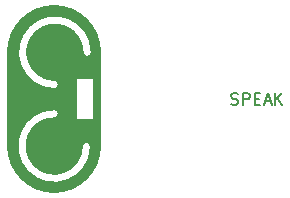
<source format=gto>
%TF.GenerationSoftware,KiCad,Pcbnew,4.0.5-e0-6337~49~ubuntu16.04.1*%
%TF.CreationDate,2017-05-27T16:38:08-07:00*%
%TF.ProjectId,2x3-Speaker-SMT-11mm-Pitch,3278332D537065616B65722D534D542D,v1.1*%
%TF.FileFunction,Legend,Top*%
%FSLAX46Y46*%
G04 Gerber Fmt 4.6, Leading zero omitted, Abs format (unit mm)*
G04 Created by KiCad (PCBNEW 4.0.5-e0-6337~49~ubuntu16.04.1) date Sat May 27 16:38:08 2017*
%MOMM*%
%LPD*%
G01*
G04 APERTURE LIST*
%ADD10C,0.350000*%
%ADD11C,8.000000*%
%ADD12C,0.150000*%
%ADD13C,0.600000*%
%ADD14R,1.352400X3.452400*%
G04 APERTURE END LIST*
D10*
D11*
X5320760Y-34529760D02*
X5320760Y-42529760D01*
D12*
X20299093Y-38997522D02*
X20441950Y-39045141D01*
X20680046Y-39045141D01*
X20775284Y-38997522D01*
X20822903Y-38949903D01*
X20870522Y-38854665D01*
X20870522Y-38759427D01*
X20822903Y-38664189D01*
X20775284Y-38616570D01*
X20680046Y-38568950D01*
X20489569Y-38521331D01*
X20394331Y-38473712D01*
X20346712Y-38426093D01*
X20299093Y-38330855D01*
X20299093Y-38235617D01*
X20346712Y-38140379D01*
X20394331Y-38092760D01*
X20489569Y-38045141D01*
X20727665Y-38045141D01*
X20870522Y-38092760D01*
X21299093Y-39045141D02*
X21299093Y-38045141D01*
X21680046Y-38045141D01*
X21775284Y-38092760D01*
X21822903Y-38140379D01*
X21870522Y-38235617D01*
X21870522Y-38378474D01*
X21822903Y-38473712D01*
X21775284Y-38521331D01*
X21680046Y-38568950D01*
X21299093Y-38568950D01*
X22299093Y-38521331D02*
X22632427Y-38521331D01*
X22775284Y-39045141D02*
X22299093Y-39045141D01*
X22299093Y-38045141D01*
X22775284Y-38045141D01*
X23156236Y-38759427D02*
X23632427Y-38759427D01*
X23060998Y-39045141D02*
X23394331Y-38045141D01*
X23727665Y-39045141D01*
X24060998Y-39045141D02*
X24060998Y-38045141D01*
X24632427Y-39045141D02*
X24203855Y-38473712D01*
X24632427Y-38045141D02*
X24060998Y-38616570D01*
X2939808Y-38601189D02*
X3701713Y-38601189D01*
%LPC*%
D13*
X5320760Y-39798522D02*
G75*
G03X8051260Y-42593260I0J-2731238D01*
G01*
X8115498Y-34592260D02*
G75*
G03X5320760Y-37322760I-2731238J0D01*
G01*
X21322760Y-37259998D02*
G75*
G03X18592260Y-34465260I0J2731238D01*
G01*
X18591522Y-42529760D02*
G75*
G03X21386260Y-39799260I2731238J0D01*
G01*
D14*
X7920760Y-38529760D03*
X18720760Y-38529760D03*
M02*

</source>
